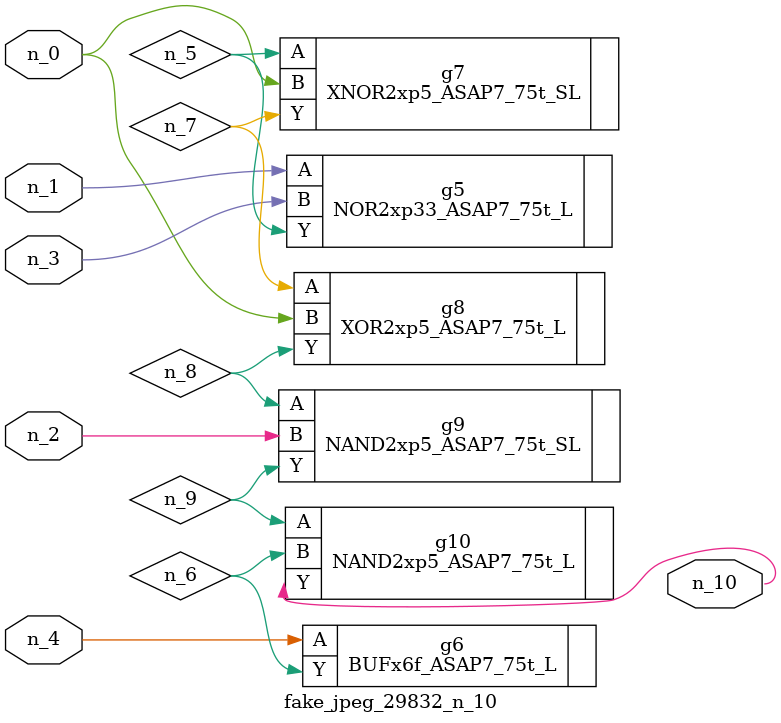
<source format=v>
module fake_jpeg_29832_n_10 (n_3, n_2, n_1, n_0, n_4, n_10);

input n_3;
input n_2;
input n_1;
input n_0;
input n_4;

output n_10;

wire n_8;
wire n_9;
wire n_6;
wire n_5;
wire n_7;

NOR2xp33_ASAP7_75t_L g5 ( 
.A(n_1),
.B(n_3),
.Y(n_5)
);

BUFx6f_ASAP7_75t_L g6 ( 
.A(n_4),
.Y(n_6)
);

XNOR2xp5_ASAP7_75t_SL g7 ( 
.A(n_5),
.B(n_0),
.Y(n_7)
);

XOR2xp5_ASAP7_75t_L g8 ( 
.A(n_7),
.B(n_0),
.Y(n_8)
);

NAND2xp5_ASAP7_75t_SL g9 ( 
.A(n_8),
.B(n_2),
.Y(n_9)
);

NAND2xp5_ASAP7_75t_L g10 ( 
.A(n_9),
.B(n_6),
.Y(n_10)
);


endmodule
</source>
